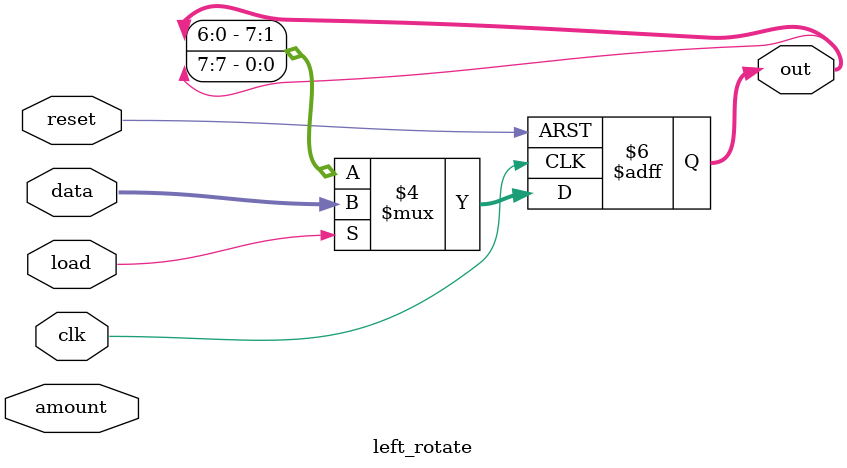
<source format=v>
module left_rotate(clk,reset,amount,data,load,out);
input clk,reset;
input [2:0] amount;
input [7:0] data;
input load;
output reg [7:0] out;
// when load is high, load data to out
// otherwise rotate the out register followed by left shift the out register by amount bits
always @(posedge clk or negedge reset)
begin
	if(!reset)
	begin
	out<=0;
	end
	else if(load)
	begin
	out<=data;
	end
	else
	begin
	out<={out[6:0],out[7]};
	end
end
endmodule

</source>
